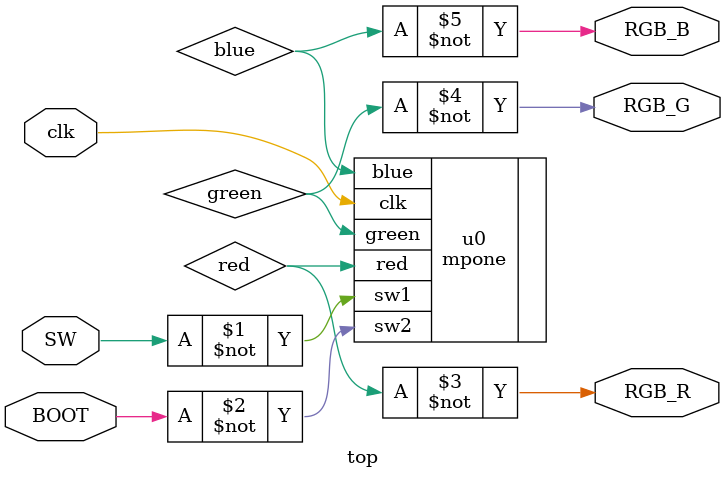
<source format=sv>
`include "mpone.sv"


module top(
    input logic     clk, 
    input logic     SW, 
    input logic     BOOT, 
    output logic    RGB_R, 
    output logic    RGB_G, 
    output logic    RGB_B
);

    logic red, green, blue;

    mpone u0(
        .clk    (clk), 
        .sw1    (~SW), 
        .sw2    (~BOOT), 
        .red    (red), 
        .green  (green), 
        .blue   (blue)
    );

    assign RGB_R = ~red;
    assign RGB_G = ~green;
    assign RGB_B = ~blue;

endmodule

</source>
